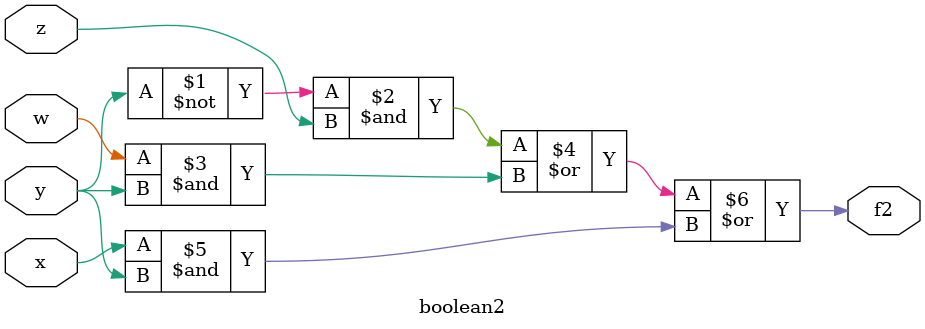
<source format=v>
module boolean2(w,x,y,z,f2); 
input w,x,y,z; 
output f2; 
assign f2=((~y & z)|( w & y )|(x & y)); 
endmodule
</source>
